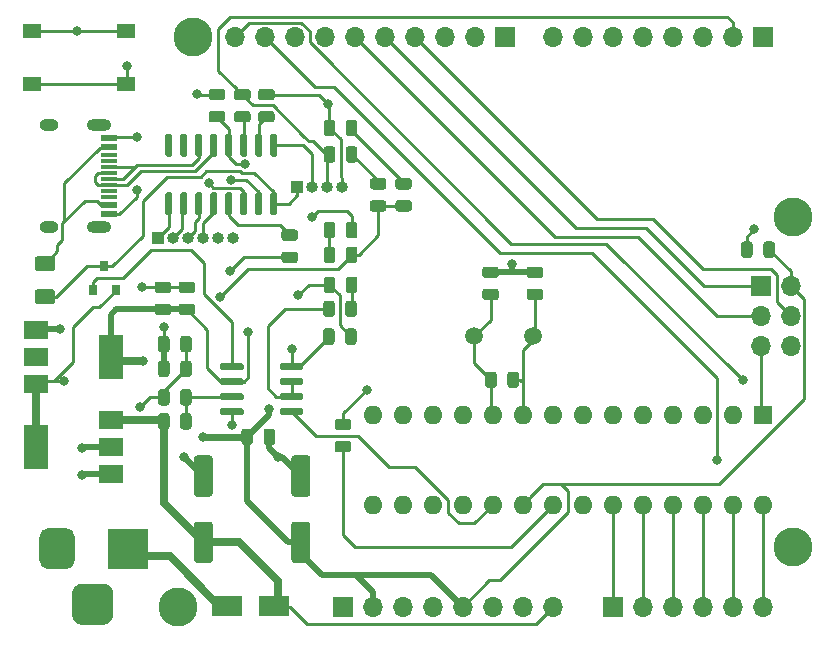
<source format=gbr>
G04 #@! TF.GenerationSoftware,KiCad,Pcbnew,(5.1.9)-1*
G04 #@! TF.CreationDate,2021-03-23T22:38:23+04:00*
G04 #@! TF.ProjectId,stormduino Rev2,73746f72-6d64-4756-996e-6f2052657632,rev?*
G04 #@! TF.SameCoordinates,Original*
G04 #@! TF.FileFunction,Copper,L1,Top*
G04 #@! TF.FilePolarity,Positive*
%FSLAX46Y46*%
G04 Gerber Fmt 4.6, Leading zero omitted, Abs format (unit mm)*
G04 Created by KiCad (PCBNEW (5.1.9)-1) date 2021-03-23 22:38:23*
%MOMM*%
%LPD*%
G01*
G04 APERTURE LIST*
G04 #@! TA.AperFunction,ComponentPad*
%ADD10O,1.000000X1.000000*%
G04 #@! TD*
G04 #@! TA.AperFunction,ComponentPad*
%ADD11R,1.000000X1.000000*%
G04 #@! TD*
G04 #@! TA.AperFunction,ComponentPad*
%ADD12C,1.500000*%
G04 #@! TD*
G04 #@! TA.AperFunction,SMDPad,CuDef*
%ADD13R,2.500000X1.800000*%
G04 #@! TD*
G04 #@! TA.AperFunction,SMDPad,CuDef*
%ADD14R,1.450000X0.600000*%
G04 #@! TD*
G04 #@! TA.AperFunction,SMDPad,CuDef*
%ADD15R,1.450000X0.300000*%
G04 #@! TD*
G04 #@! TA.AperFunction,ComponentPad*
%ADD16O,2.100000X1.000000*%
G04 #@! TD*
G04 #@! TA.AperFunction,ComponentPad*
%ADD17O,1.600000X1.000000*%
G04 #@! TD*
G04 #@! TA.AperFunction,ComponentPad*
%ADD18O,1.700000X1.700000*%
G04 #@! TD*
G04 #@! TA.AperFunction,ComponentPad*
%ADD19R,1.700000X1.700000*%
G04 #@! TD*
G04 #@! TA.AperFunction,ComponentPad*
%ADD20R,1.600000X1.600000*%
G04 #@! TD*
G04 #@! TA.AperFunction,ComponentPad*
%ADD21O,1.600000X1.600000*%
G04 #@! TD*
G04 #@! TA.AperFunction,SMDPad,CuDef*
%ADD22R,0.800000X0.900000*%
G04 #@! TD*
G04 #@! TA.AperFunction,SMDPad,CuDef*
%ADD23R,1.550000X1.300000*%
G04 #@! TD*
G04 #@! TA.AperFunction,ComponentPad*
%ADD24R,3.500000X3.500000*%
G04 #@! TD*
G04 #@! TA.AperFunction,SMDPad,CuDef*
%ADD25R,2.000000X3.800000*%
G04 #@! TD*
G04 #@! TA.AperFunction,SMDPad,CuDef*
%ADD26R,2.000000X1.500000*%
G04 #@! TD*
G04 #@! TA.AperFunction,ViaPad*
%ADD27C,3.300000*%
G04 #@! TD*
G04 #@! TA.AperFunction,ViaPad*
%ADD28C,0.800000*%
G04 #@! TD*
G04 #@! TA.AperFunction,Conductor*
%ADD29C,0.250000*%
G04 #@! TD*
G04 #@! TA.AperFunction,Conductor*
%ADD30C,0.500000*%
G04 #@! TD*
G04 #@! TA.AperFunction,Conductor*
%ADD31C,0.700000*%
G04 #@! TD*
G04 #@! TA.AperFunction,Conductor*
%ADD32C,0.600000*%
G04 #@! TD*
G04 APERTURE END LIST*
D10*
X128402080Y-65026540D03*
X127132080Y-65026540D03*
X125862080Y-65026540D03*
X124592080Y-65026540D03*
X123322080Y-65026540D03*
D11*
X122052080Y-65026540D03*
D10*
X137604500Y-60706000D03*
X136334500Y-60706000D03*
X135064500Y-60706000D03*
D11*
X133794500Y-60706000D03*
G04 #@! TA.AperFunction,SMDPad,CuDef*
G36*
G01*
X134662000Y-92561000D02*
X133562000Y-92561000D01*
G75*
G02*
X133312000Y-92311000I0J250000D01*
G01*
X133312000Y-89311000D01*
G75*
G02*
X133562000Y-89061000I250000J0D01*
G01*
X134662000Y-89061000D01*
G75*
G02*
X134912000Y-89311000I0J-250000D01*
G01*
X134912000Y-92311000D01*
G75*
G02*
X134662000Y-92561000I-250000J0D01*
G01*
G37*
G04 #@! TD.AperFunction*
G04 #@! TA.AperFunction,SMDPad,CuDef*
G36*
G01*
X134662000Y-86961000D02*
X133562000Y-86961000D01*
G75*
G02*
X133312000Y-86711000I0J250000D01*
G01*
X133312000Y-83711000D01*
G75*
G02*
X133562000Y-83461000I250000J0D01*
G01*
X134662000Y-83461000D01*
G75*
G02*
X134912000Y-83711000I0J-250000D01*
G01*
X134912000Y-86711000D01*
G75*
G02*
X134662000Y-86961000I-250000J0D01*
G01*
G37*
G04 #@! TD.AperFunction*
G04 #@! TA.AperFunction,SMDPad,CuDef*
G36*
G01*
X126407000Y-86961000D02*
X125307000Y-86961000D01*
G75*
G02*
X125057000Y-86711000I0J250000D01*
G01*
X125057000Y-83711000D01*
G75*
G02*
X125307000Y-83461000I250000J0D01*
G01*
X126407000Y-83461000D01*
G75*
G02*
X126657000Y-83711000I0J-250000D01*
G01*
X126657000Y-86711000D01*
G75*
G02*
X126407000Y-86961000I-250000J0D01*
G01*
G37*
G04 #@! TD.AperFunction*
G04 #@! TA.AperFunction,SMDPad,CuDef*
G36*
G01*
X126407000Y-92561000D02*
X125307000Y-92561000D01*
G75*
G02*
X125057000Y-92311000I0J250000D01*
G01*
X125057000Y-89311000D01*
G75*
G02*
X125307000Y-89061000I250000J0D01*
G01*
X126407000Y-89061000D01*
G75*
G02*
X126657000Y-89311000I0J-250000D01*
G01*
X126657000Y-92311000D01*
G75*
G02*
X126407000Y-92561000I-250000J0D01*
G01*
G37*
G04 #@! TD.AperFunction*
D12*
X153797000Y-73342500D03*
X148797000Y-73342500D03*
D13*
X131844800Y-96189800D03*
X127844800Y-96189800D03*
G04 #@! TA.AperFunction,SMDPad,CuDef*
G36*
G01*
X113070800Y-67855800D02*
X111820800Y-67855800D01*
G75*
G02*
X111570800Y-67605800I0J250000D01*
G01*
X111570800Y-66855800D01*
G75*
G02*
X111820800Y-66605800I250000J0D01*
G01*
X113070800Y-66605800D01*
G75*
G02*
X113320800Y-66855800I0J-250000D01*
G01*
X113320800Y-67605800D01*
G75*
G02*
X113070800Y-67855800I-250000J0D01*
G01*
G37*
G04 #@! TD.AperFunction*
G04 #@! TA.AperFunction,SMDPad,CuDef*
G36*
G01*
X113070800Y-70655800D02*
X111820800Y-70655800D01*
G75*
G02*
X111570800Y-70405800I0J250000D01*
G01*
X111570800Y-69655800D01*
G75*
G02*
X111820800Y-69405800I250000J0D01*
G01*
X113070800Y-69405800D01*
G75*
G02*
X113320800Y-69655800I0J-250000D01*
G01*
X113320800Y-70405800D01*
G75*
G02*
X113070800Y-70655800I-250000J0D01*
G01*
G37*
G04 #@! TD.AperFunction*
G04 #@! TA.AperFunction,SMDPad,CuDef*
G36*
G01*
X150705400Y-76607350D02*
X150705400Y-77519850D01*
G75*
G02*
X150461650Y-77763600I-243750J0D01*
G01*
X149974150Y-77763600D01*
G75*
G02*
X149730400Y-77519850I0J243750D01*
G01*
X149730400Y-76607350D01*
G75*
G02*
X149974150Y-76363600I243750J0D01*
G01*
X150461650Y-76363600D01*
G75*
G02*
X150705400Y-76607350I0J-243750D01*
G01*
G37*
G04 #@! TD.AperFunction*
G04 #@! TA.AperFunction,SMDPad,CuDef*
G36*
G01*
X152580400Y-76607350D02*
X152580400Y-77519850D01*
G75*
G02*
X152336650Y-77763600I-243750J0D01*
G01*
X151849150Y-77763600D01*
G75*
G02*
X151605400Y-77519850I0J243750D01*
G01*
X151605400Y-76607350D01*
G75*
G02*
X151849150Y-76363600I243750J0D01*
G01*
X152336650Y-76363600D01*
G75*
G02*
X152580400Y-76607350I0J-243750D01*
G01*
G37*
G04 #@! TD.AperFunction*
G04 #@! TA.AperFunction,SMDPad,CuDef*
G36*
G01*
X173271600Y-66496250D02*
X173271600Y-65583750D01*
G75*
G02*
X173515350Y-65340000I243750J0D01*
G01*
X174002850Y-65340000D01*
G75*
G02*
X174246600Y-65583750I0J-243750D01*
G01*
X174246600Y-66496250D01*
G75*
G02*
X174002850Y-66740000I-243750J0D01*
G01*
X173515350Y-66740000D01*
G75*
G02*
X173271600Y-66496250I0J243750D01*
G01*
G37*
G04 #@! TD.AperFunction*
G04 #@! TA.AperFunction,SMDPad,CuDef*
G36*
G01*
X171396600Y-66496250D02*
X171396600Y-65583750D01*
G75*
G02*
X171640350Y-65340000I243750J0D01*
G01*
X172127850Y-65340000D01*
G75*
G02*
X172371600Y-65583750I0J-243750D01*
G01*
X172371600Y-66496250D01*
G75*
G02*
X172127850Y-66740000I-243750J0D01*
G01*
X171640350Y-66740000D01*
G75*
G02*
X171396600Y-66496250I0J243750D01*
G01*
G37*
G04 #@! TD.AperFunction*
G04 #@! TA.AperFunction,SMDPad,CuDef*
G36*
G01*
X138902500Y-66028250D02*
X138902500Y-66940750D01*
G75*
G02*
X138658750Y-67184500I-243750J0D01*
G01*
X138171250Y-67184500D01*
G75*
G02*
X137927500Y-66940750I0J243750D01*
G01*
X137927500Y-66028250D01*
G75*
G02*
X138171250Y-65784500I243750J0D01*
G01*
X138658750Y-65784500D01*
G75*
G02*
X138902500Y-66028250I0J-243750D01*
G01*
G37*
G04 #@! TD.AperFunction*
G04 #@! TA.AperFunction,SMDPad,CuDef*
G36*
G01*
X137027500Y-66028250D02*
X137027500Y-66940750D01*
G75*
G02*
X136783750Y-67184500I-243750J0D01*
G01*
X136296250Y-67184500D01*
G75*
G02*
X136052500Y-66940750I0J243750D01*
G01*
X136052500Y-66028250D01*
G75*
G02*
X136296250Y-65784500I243750J0D01*
G01*
X136783750Y-65784500D01*
G75*
G02*
X137027500Y-66028250I0J-243750D01*
G01*
G37*
G04 #@! TD.AperFunction*
D14*
X117900500Y-63067000D03*
X117900500Y-62267000D03*
X117900500Y-57367000D03*
X117900500Y-56567000D03*
X117900500Y-56567000D03*
X117900500Y-57367000D03*
X117900500Y-62267000D03*
X117900500Y-63067000D03*
D15*
X117900500Y-58067000D03*
X117900500Y-58567000D03*
X117900500Y-59067000D03*
X117900500Y-60067000D03*
X117900500Y-60567000D03*
X117900500Y-61067000D03*
X117900500Y-61567000D03*
X117900500Y-59567000D03*
D16*
X116985500Y-64137000D03*
X116985500Y-55497000D03*
D17*
X112805500Y-55497000D03*
X112805500Y-64137000D03*
D18*
X175577500Y-74168000D03*
X173037500Y-74168000D03*
X175577500Y-71628000D03*
X173037500Y-71628000D03*
X175577500Y-69088000D03*
D19*
X173037500Y-69088000D03*
D20*
X173228000Y-80010000D03*
D21*
X140208000Y-87630000D03*
X170688000Y-80010000D03*
X142748000Y-87630000D03*
X168148000Y-80010000D03*
X145288000Y-87630000D03*
X165608000Y-80010000D03*
X147828000Y-87630000D03*
X163068000Y-80010000D03*
X150368000Y-87630000D03*
X160528000Y-80010000D03*
X152908000Y-87630000D03*
X157988000Y-80010000D03*
X155448000Y-87630000D03*
X155448000Y-80010000D03*
X157988000Y-87630000D03*
X152908000Y-80010000D03*
X160528000Y-87630000D03*
X150368000Y-80010000D03*
X163068000Y-87630000D03*
X147828000Y-80010000D03*
X165608000Y-87630000D03*
X145288000Y-80010000D03*
X168148000Y-87630000D03*
X142748000Y-80010000D03*
X170688000Y-87630000D03*
X140208000Y-80010000D03*
X173228000Y-87630000D03*
G04 #@! TA.AperFunction,SMDPad,CuDef*
G36*
G01*
X150633750Y-70322500D02*
X149721250Y-70322500D01*
G75*
G02*
X149477500Y-70078750I0J243750D01*
G01*
X149477500Y-69591250D01*
G75*
G02*
X149721250Y-69347500I243750J0D01*
G01*
X150633750Y-69347500D01*
G75*
G02*
X150877500Y-69591250I0J-243750D01*
G01*
X150877500Y-70078750D01*
G75*
G02*
X150633750Y-70322500I-243750J0D01*
G01*
G37*
G04 #@! TD.AperFunction*
G04 #@! TA.AperFunction,SMDPad,CuDef*
G36*
G01*
X150633750Y-68447500D02*
X149721250Y-68447500D01*
G75*
G02*
X149477500Y-68203750I0J243750D01*
G01*
X149477500Y-67716250D01*
G75*
G02*
X149721250Y-67472500I243750J0D01*
G01*
X150633750Y-67472500D01*
G75*
G02*
X150877500Y-67716250I0J-243750D01*
G01*
X150877500Y-68203750D01*
G75*
G02*
X150633750Y-68447500I-243750J0D01*
G01*
G37*
G04 #@! TD.AperFunction*
G04 #@! TA.AperFunction,SMDPad,CuDef*
G36*
G01*
X153467750Y-69347500D02*
X154380250Y-69347500D01*
G75*
G02*
X154624000Y-69591250I0J-243750D01*
G01*
X154624000Y-70078750D01*
G75*
G02*
X154380250Y-70322500I-243750J0D01*
G01*
X153467750Y-70322500D01*
G75*
G02*
X153224000Y-70078750I0J243750D01*
G01*
X153224000Y-69591250D01*
G75*
G02*
X153467750Y-69347500I243750J0D01*
G01*
G37*
G04 #@! TD.AperFunction*
G04 #@! TA.AperFunction,SMDPad,CuDef*
G36*
G01*
X153467750Y-67472500D02*
X154380250Y-67472500D01*
G75*
G02*
X154624000Y-67716250I0J-243750D01*
G01*
X154624000Y-68203750D01*
G75*
G02*
X154380250Y-68447500I-243750J0D01*
G01*
X153467750Y-68447500D01*
G75*
G02*
X153224000Y-68203750I0J243750D01*
G01*
X153224000Y-67716250D01*
G75*
G02*
X153467750Y-67472500I243750J0D01*
G01*
G37*
G04 #@! TD.AperFunction*
G04 #@! TA.AperFunction,SMDPad,CuDef*
G36*
G01*
X138902500Y-63932750D02*
X138902500Y-64845250D01*
G75*
G02*
X138658750Y-65089000I-243750J0D01*
G01*
X138171250Y-65089000D01*
G75*
G02*
X137927500Y-64845250I0J243750D01*
G01*
X137927500Y-63932750D01*
G75*
G02*
X138171250Y-63689000I243750J0D01*
G01*
X138658750Y-63689000D01*
G75*
G02*
X138902500Y-63932750I0J-243750D01*
G01*
G37*
G04 #@! TD.AperFunction*
G04 #@! TA.AperFunction,SMDPad,CuDef*
G36*
G01*
X137027500Y-63932750D02*
X137027500Y-64845250D01*
G75*
G02*
X136783750Y-65089000I-243750J0D01*
G01*
X136296250Y-65089000D01*
G75*
G02*
X136052500Y-64845250I0J243750D01*
G01*
X136052500Y-63932750D01*
G75*
G02*
X136296250Y-63689000I243750J0D01*
G01*
X136783750Y-63689000D01*
G75*
G02*
X137027500Y-63932750I0J-243750D01*
G01*
G37*
G04 #@! TD.AperFunction*
G04 #@! TA.AperFunction,SMDPad,CuDef*
G36*
G01*
X136052500Y-69480750D02*
X136052500Y-68568250D01*
G75*
G02*
X136296250Y-68324500I243750J0D01*
G01*
X136783750Y-68324500D01*
G75*
G02*
X137027500Y-68568250I0J-243750D01*
G01*
X137027500Y-69480750D01*
G75*
G02*
X136783750Y-69724500I-243750J0D01*
G01*
X136296250Y-69724500D01*
G75*
G02*
X136052500Y-69480750I0J243750D01*
G01*
G37*
G04 #@! TD.AperFunction*
G04 #@! TA.AperFunction,SMDPad,CuDef*
G36*
G01*
X137927500Y-69480750D02*
X137927500Y-68568250D01*
G75*
G02*
X138171250Y-68324500I243750J0D01*
G01*
X138658750Y-68324500D01*
G75*
G02*
X138902500Y-68568250I0J-243750D01*
G01*
X138902500Y-69480750D01*
G75*
G02*
X138658750Y-69724500I-243750J0D01*
G01*
X138171250Y-69724500D01*
G75*
G02*
X137927500Y-69480750I0J243750D01*
G01*
G37*
G04 #@! TD.AperFunction*
G04 #@! TA.AperFunction,SMDPad,CuDef*
G36*
G01*
X136052500Y-58431750D02*
X136052500Y-57519250D01*
G75*
G02*
X136296250Y-57275500I243750J0D01*
G01*
X136783750Y-57275500D01*
G75*
G02*
X137027500Y-57519250I0J-243750D01*
G01*
X137027500Y-58431750D01*
G75*
G02*
X136783750Y-58675500I-243750J0D01*
G01*
X136296250Y-58675500D01*
G75*
G02*
X136052500Y-58431750I0J243750D01*
G01*
G37*
G04 #@! TD.AperFunction*
G04 #@! TA.AperFunction,SMDPad,CuDef*
G36*
G01*
X137927500Y-58431750D02*
X137927500Y-57519250D01*
G75*
G02*
X138171250Y-57275500I243750J0D01*
G01*
X138658750Y-57275500D01*
G75*
G02*
X138902500Y-57519250I0J-243750D01*
G01*
X138902500Y-58431750D01*
G75*
G02*
X138658750Y-58675500I-243750J0D01*
G01*
X138171250Y-58675500D01*
G75*
G02*
X137927500Y-58431750I0J243750D01*
G01*
G37*
G04 #@! TD.AperFunction*
G04 #@! TA.AperFunction,SMDPad,CuDef*
G36*
G01*
X137927500Y-56209250D02*
X137927500Y-55296750D01*
G75*
G02*
X138171250Y-55053000I243750J0D01*
G01*
X138658750Y-55053000D01*
G75*
G02*
X138902500Y-55296750I0J-243750D01*
G01*
X138902500Y-56209250D01*
G75*
G02*
X138658750Y-56453000I-243750J0D01*
G01*
X138171250Y-56453000D01*
G75*
G02*
X137927500Y-56209250I0J243750D01*
G01*
G37*
G04 #@! TD.AperFunction*
G04 #@! TA.AperFunction,SMDPad,CuDef*
G36*
G01*
X136052500Y-56209250D02*
X136052500Y-55296750D01*
G75*
G02*
X136296250Y-55053000I243750J0D01*
G01*
X136783750Y-55053000D01*
G75*
G02*
X137027500Y-55296750I0J-243750D01*
G01*
X137027500Y-56209250D01*
G75*
G02*
X136783750Y-56453000I-243750J0D01*
G01*
X136296250Y-56453000D01*
G75*
G02*
X136052500Y-56209250I0J243750D01*
G01*
G37*
G04 #@! TD.AperFunction*
G04 #@! TA.AperFunction,SMDPad,CuDef*
G36*
G01*
X131676000Y-61190000D02*
X131976000Y-61190000D01*
G75*
G02*
X132126000Y-61340000I0J-150000D01*
G01*
X132126000Y-62990000D01*
G75*
G02*
X131976000Y-63140000I-150000J0D01*
G01*
X131676000Y-63140000D01*
G75*
G02*
X131526000Y-62990000I0J150000D01*
G01*
X131526000Y-61340000D01*
G75*
G02*
X131676000Y-61190000I150000J0D01*
G01*
G37*
G04 #@! TD.AperFunction*
G04 #@! TA.AperFunction,SMDPad,CuDef*
G36*
G01*
X130406000Y-61190000D02*
X130706000Y-61190000D01*
G75*
G02*
X130856000Y-61340000I0J-150000D01*
G01*
X130856000Y-62990000D01*
G75*
G02*
X130706000Y-63140000I-150000J0D01*
G01*
X130406000Y-63140000D01*
G75*
G02*
X130256000Y-62990000I0J150000D01*
G01*
X130256000Y-61340000D01*
G75*
G02*
X130406000Y-61190000I150000J0D01*
G01*
G37*
G04 #@! TD.AperFunction*
G04 #@! TA.AperFunction,SMDPad,CuDef*
G36*
G01*
X129136000Y-61190000D02*
X129436000Y-61190000D01*
G75*
G02*
X129586000Y-61340000I0J-150000D01*
G01*
X129586000Y-62990000D01*
G75*
G02*
X129436000Y-63140000I-150000J0D01*
G01*
X129136000Y-63140000D01*
G75*
G02*
X128986000Y-62990000I0J150000D01*
G01*
X128986000Y-61340000D01*
G75*
G02*
X129136000Y-61190000I150000J0D01*
G01*
G37*
G04 #@! TD.AperFunction*
G04 #@! TA.AperFunction,SMDPad,CuDef*
G36*
G01*
X127866000Y-61190000D02*
X128166000Y-61190000D01*
G75*
G02*
X128316000Y-61340000I0J-150000D01*
G01*
X128316000Y-62990000D01*
G75*
G02*
X128166000Y-63140000I-150000J0D01*
G01*
X127866000Y-63140000D01*
G75*
G02*
X127716000Y-62990000I0J150000D01*
G01*
X127716000Y-61340000D01*
G75*
G02*
X127866000Y-61190000I150000J0D01*
G01*
G37*
G04 #@! TD.AperFunction*
G04 #@! TA.AperFunction,SMDPad,CuDef*
G36*
G01*
X126596000Y-61190000D02*
X126896000Y-61190000D01*
G75*
G02*
X127046000Y-61340000I0J-150000D01*
G01*
X127046000Y-62990000D01*
G75*
G02*
X126896000Y-63140000I-150000J0D01*
G01*
X126596000Y-63140000D01*
G75*
G02*
X126446000Y-62990000I0J150000D01*
G01*
X126446000Y-61340000D01*
G75*
G02*
X126596000Y-61190000I150000J0D01*
G01*
G37*
G04 #@! TD.AperFunction*
G04 #@! TA.AperFunction,SMDPad,CuDef*
G36*
G01*
X125326000Y-61190000D02*
X125626000Y-61190000D01*
G75*
G02*
X125776000Y-61340000I0J-150000D01*
G01*
X125776000Y-62990000D01*
G75*
G02*
X125626000Y-63140000I-150000J0D01*
G01*
X125326000Y-63140000D01*
G75*
G02*
X125176000Y-62990000I0J150000D01*
G01*
X125176000Y-61340000D01*
G75*
G02*
X125326000Y-61190000I150000J0D01*
G01*
G37*
G04 #@! TD.AperFunction*
G04 #@! TA.AperFunction,SMDPad,CuDef*
G36*
G01*
X124056000Y-61190000D02*
X124356000Y-61190000D01*
G75*
G02*
X124506000Y-61340000I0J-150000D01*
G01*
X124506000Y-62990000D01*
G75*
G02*
X124356000Y-63140000I-150000J0D01*
G01*
X124056000Y-63140000D01*
G75*
G02*
X123906000Y-62990000I0J150000D01*
G01*
X123906000Y-61340000D01*
G75*
G02*
X124056000Y-61190000I150000J0D01*
G01*
G37*
G04 #@! TD.AperFunction*
G04 #@! TA.AperFunction,SMDPad,CuDef*
G36*
G01*
X122786000Y-61190000D02*
X123086000Y-61190000D01*
G75*
G02*
X123236000Y-61340000I0J-150000D01*
G01*
X123236000Y-62990000D01*
G75*
G02*
X123086000Y-63140000I-150000J0D01*
G01*
X122786000Y-63140000D01*
G75*
G02*
X122636000Y-62990000I0J150000D01*
G01*
X122636000Y-61340000D01*
G75*
G02*
X122786000Y-61190000I150000J0D01*
G01*
G37*
G04 #@! TD.AperFunction*
G04 #@! TA.AperFunction,SMDPad,CuDef*
G36*
G01*
X122786000Y-56240000D02*
X123086000Y-56240000D01*
G75*
G02*
X123236000Y-56390000I0J-150000D01*
G01*
X123236000Y-58040000D01*
G75*
G02*
X123086000Y-58190000I-150000J0D01*
G01*
X122786000Y-58190000D01*
G75*
G02*
X122636000Y-58040000I0J150000D01*
G01*
X122636000Y-56390000D01*
G75*
G02*
X122786000Y-56240000I150000J0D01*
G01*
G37*
G04 #@! TD.AperFunction*
G04 #@! TA.AperFunction,SMDPad,CuDef*
G36*
G01*
X124056000Y-56240000D02*
X124356000Y-56240000D01*
G75*
G02*
X124506000Y-56390000I0J-150000D01*
G01*
X124506000Y-58040000D01*
G75*
G02*
X124356000Y-58190000I-150000J0D01*
G01*
X124056000Y-58190000D01*
G75*
G02*
X123906000Y-58040000I0J150000D01*
G01*
X123906000Y-56390000D01*
G75*
G02*
X124056000Y-56240000I150000J0D01*
G01*
G37*
G04 #@! TD.AperFunction*
G04 #@! TA.AperFunction,SMDPad,CuDef*
G36*
G01*
X125326000Y-56240000D02*
X125626000Y-56240000D01*
G75*
G02*
X125776000Y-56390000I0J-150000D01*
G01*
X125776000Y-58040000D01*
G75*
G02*
X125626000Y-58190000I-150000J0D01*
G01*
X125326000Y-58190000D01*
G75*
G02*
X125176000Y-58040000I0J150000D01*
G01*
X125176000Y-56390000D01*
G75*
G02*
X125326000Y-56240000I150000J0D01*
G01*
G37*
G04 #@! TD.AperFunction*
G04 #@! TA.AperFunction,SMDPad,CuDef*
G36*
G01*
X126596000Y-56240000D02*
X126896000Y-56240000D01*
G75*
G02*
X127046000Y-56390000I0J-150000D01*
G01*
X127046000Y-58040000D01*
G75*
G02*
X126896000Y-58190000I-150000J0D01*
G01*
X126596000Y-58190000D01*
G75*
G02*
X126446000Y-58040000I0J150000D01*
G01*
X126446000Y-56390000D01*
G75*
G02*
X126596000Y-56240000I150000J0D01*
G01*
G37*
G04 #@! TD.AperFunction*
G04 #@! TA.AperFunction,SMDPad,CuDef*
G36*
G01*
X127866000Y-56240000D02*
X128166000Y-56240000D01*
G75*
G02*
X128316000Y-56390000I0J-150000D01*
G01*
X128316000Y-58040000D01*
G75*
G02*
X128166000Y-58190000I-150000J0D01*
G01*
X127866000Y-58190000D01*
G75*
G02*
X127716000Y-58040000I0J150000D01*
G01*
X127716000Y-56390000D01*
G75*
G02*
X127866000Y-56240000I150000J0D01*
G01*
G37*
G04 #@! TD.AperFunction*
G04 #@! TA.AperFunction,SMDPad,CuDef*
G36*
G01*
X129136000Y-56240000D02*
X129436000Y-56240000D01*
G75*
G02*
X129586000Y-56390000I0J-150000D01*
G01*
X129586000Y-58040000D01*
G75*
G02*
X129436000Y-58190000I-150000J0D01*
G01*
X129136000Y-58190000D01*
G75*
G02*
X128986000Y-58040000I0J150000D01*
G01*
X128986000Y-56390000D01*
G75*
G02*
X129136000Y-56240000I150000J0D01*
G01*
G37*
G04 #@! TD.AperFunction*
G04 #@! TA.AperFunction,SMDPad,CuDef*
G36*
G01*
X130406000Y-56240000D02*
X130706000Y-56240000D01*
G75*
G02*
X130856000Y-56390000I0J-150000D01*
G01*
X130856000Y-58040000D01*
G75*
G02*
X130706000Y-58190000I-150000J0D01*
G01*
X130406000Y-58190000D01*
G75*
G02*
X130256000Y-58040000I0J150000D01*
G01*
X130256000Y-56390000D01*
G75*
G02*
X130406000Y-56240000I150000J0D01*
G01*
G37*
G04 #@! TD.AperFunction*
G04 #@! TA.AperFunction,SMDPad,CuDef*
G36*
G01*
X131676000Y-56240000D02*
X131976000Y-56240000D01*
G75*
G02*
X132126000Y-56390000I0J-150000D01*
G01*
X132126000Y-58040000D01*
G75*
G02*
X131976000Y-58190000I-150000J0D01*
G01*
X131676000Y-58190000D01*
G75*
G02*
X131526000Y-58040000I0J150000D01*
G01*
X131526000Y-56390000D01*
G75*
G02*
X131676000Y-56240000I150000J0D01*
G01*
G37*
G04 #@! TD.AperFunction*
G04 #@! TA.AperFunction,SMDPad,CuDef*
G36*
G01*
X128702750Y-52423000D02*
X129615250Y-52423000D01*
G75*
G02*
X129859000Y-52666750I0J-243750D01*
G01*
X129859000Y-53154250D01*
G75*
G02*
X129615250Y-53398000I-243750J0D01*
G01*
X128702750Y-53398000D01*
G75*
G02*
X128459000Y-53154250I0J243750D01*
G01*
X128459000Y-52666750D01*
G75*
G02*
X128702750Y-52423000I243750J0D01*
G01*
G37*
G04 #@! TD.AperFunction*
G04 #@! TA.AperFunction,SMDPad,CuDef*
G36*
G01*
X128702750Y-54298000D02*
X129615250Y-54298000D01*
G75*
G02*
X129859000Y-54541750I0J-243750D01*
G01*
X129859000Y-55029250D01*
G75*
G02*
X129615250Y-55273000I-243750J0D01*
G01*
X128702750Y-55273000D01*
G75*
G02*
X128459000Y-55029250I0J243750D01*
G01*
X128459000Y-54541750D01*
G75*
G02*
X128702750Y-54298000I243750J0D01*
G01*
G37*
G04 #@! TD.AperFunction*
G04 #@! TA.AperFunction,SMDPad,CuDef*
G36*
G01*
X136004000Y-71512750D02*
X136004000Y-70600250D01*
G75*
G02*
X136247750Y-70356500I243750J0D01*
G01*
X136735250Y-70356500D01*
G75*
G02*
X136979000Y-70600250I0J-243750D01*
G01*
X136979000Y-71512750D01*
G75*
G02*
X136735250Y-71756500I-243750J0D01*
G01*
X136247750Y-71756500D01*
G75*
G02*
X136004000Y-71512750I0J243750D01*
G01*
G37*
G04 #@! TD.AperFunction*
G04 #@! TA.AperFunction,SMDPad,CuDef*
G36*
G01*
X137879000Y-71512750D02*
X137879000Y-70600250D01*
G75*
G02*
X138122750Y-70356500I243750J0D01*
G01*
X138610250Y-70356500D01*
G75*
G02*
X138854000Y-70600250I0J-243750D01*
G01*
X138854000Y-71512750D01*
G75*
G02*
X138610250Y-71756500I-243750J0D01*
G01*
X138122750Y-71756500D01*
G75*
G02*
X137879000Y-71512750I0J243750D01*
G01*
G37*
G04 #@! TD.AperFunction*
G04 #@! TA.AperFunction,SMDPad,CuDef*
G36*
G01*
X140196250Y-59979500D02*
X141108750Y-59979500D01*
G75*
G02*
X141352500Y-60223250I0J-243750D01*
G01*
X141352500Y-60710750D01*
G75*
G02*
X141108750Y-60954500I-243750J0D01*
G01*
X140196250Y-60954500D01*
G75*
G02*
X139952500Y-60710750I0J243750D01*
G01*
X139952500Y-60223250D01*
G75*
G02*
X140196250Y-59979500I243750J0D01*
G01*
G37*
G04 #@! TD.AperFunction*
G04 #@! TA.AperFunction,SMDPad,CuDef*
G36*
G01*
X140196250Y-61854500D02*
X141108750Y-61854500D01*
G75*
G02*
X141352500Y-62098250I0J-243750D01*
G01*
X141352500Y-62585750D01*
G75*
G02*
X141108750Y-62829500I-243750J0D01*
G01*
X140196250Y-62829500D01*
G75*
G02*
X139952500Y-62585750I0J243750D01*
G01*
X139952500Y-62098250D01*
G75*
G02*
X140196250Y-61854500I243750J0D01*
G01*
G37*
G04 #@! TD.AperFunction*
G04 #@! TA.AperFunction,SMDPad,CuDef*
G36*
G01*
X130734750Y-52423000D02*
X131647250Y-52423000D01*
G75*
G02*
X131891000Y-52666750I0J-243750D01*
G01*
X131891000Y-53154250D01*
G75*
G02*
X131647250Y-53398000I-243750J0D01*
G01*
X130734750Y-53398000D01*
G75*
G02*
X130491000Y-53154250I0J243750D01*
G01*
X130491000Y-52666750D01*
G75*
G02*
X130734750Y-52423000I243750J0D01*
G01*
G37*
G04 #@! TD.AperFunction*
G04 #@! TA.AperFunction,SMDPad,CuDef*
G36*
G01*
X130734750Y-54298000D02*
X131647250Y-54298000D01*
G75*
G02*
X131891000Y-54541750I0J-243750D01*
G01*
X131891000Y-55029250D01*
G75*
G02*
X131647250Y-55273000I-243750J0D01*
G01*
X130734750Y-55273000D01*
G75*
G02*
X130491000Y-55029250I0J243750D01*
G01*
X130491000Y-54541750D01*
G75*
G02*
X130734750Y-54298000I243750J0D01*
G01*
G37*
G04 #@! TD.AperFunction*
G04 #@! TA.AperFunction,SMDPad,CuDef*
G36*
G01*
X124869000Y-78093250D02*
X124869000Y-79005750D01*
G75*
G02*
X124625250Y-79249500I-243750J0D01*
G01*
X124137750Y-79249500D01*
G75*
G02*
X123894000Y-79005750I0J243750D01*
G01*
X123894000Y-78093250D01*
G75*
G02*
X124137750Y-77849500I243750J0D01*
G01*
X124625250Y-77849500D01*
G75*
G02*
X124869000Y-78093250I0J-243750D01*
G01*
G37*
G04 #@! TD.AperFunction*
G04 #@! TA.AperFunction,SMDPad,CuDef*
G36*
G01*
X122994000Y-78093250D02*
X122994000Y-79005750D01*
G75*
G02*
X122750250Y-79249500I-243750J0D01*
G01*
X122262750Y-79249500D01*
G75*
G02*
X122019000Y-79005750I0J243750D01*
G01*
X122019000Y-78093250D01*
G75*
G02*
X122262750Y-77849500I243750J0D01*
G01*
X122750250Y-77849500D01*
G75*
G02*
X122994000Y-78093250I0J-243750D01*
G01*
G37*
G04 #@! TD.AperFunction*
G04 #@! TA.AperFunction,SMDPad,CuDef*
G36*
G01*
X143267750Y-62829500D02*
X142355250Y-62829500D01*
G75*
G02*
X142111500Y-62585750I0J243750D01*
G01*
X142111500Y-62098250D01*
G75*
G02*
X142355250Y-61854500I243750J0D01*
G01*
X143267750Y-61854500D01*
G75*
G02*
X143511500Y-62098250I0J-243750D01*
G01*
X143511500Y-62585750D01*
G75*
G02*
X143267750Y-62829500I-243750J0D01*
G01*
G37*
G04 #@! TD.AperFunction*
G04 #@! TA.AperFunction,SMDPad,CuDef*
G36*
G01*
X143267750Y-60954500D02*
X142355250Y-60954500D01*
G75*
G02*
X142111500Y-60710750I0J243750D01*
G01*
X142111500Y-60223250D01*
G75*
G02*
X142355250Y-59979500I243750J0D01*
G01*
X143267750Y-59979500D01*
G75*
G02*
X143511500Y-60223250I0J-243750D01*
G01*
X143511500Y-60710750D01*
G75*
G02*
X143267750Y-60954500I-243750J0D01*
G01*
G37*
G04 #@! TD.AperFunction*
G04 #@! TA.AperFunction,SMDPad,CuDef*
G36*
G01*
X122019000Y-81037750D02*
X122019000Y-80125250D01*
G75*
G02*
X122262750Y-79881500I243750J0D01*
G01*
X122750250Y-79881500D01*
G75*
G02*
X122994000Y-80125250I0J-243750D01*
G01*
X122994000Y-81037750D01*
G75*
G02*
X122750250Y-81281500I-243750J0D01*
G01*
X122262750Y-81281500D01*
G75*
G02*
X122019000Y-81037750I0J243750D01*
G01*
G37*
G04 #@! TD.AperFunction*
G04 #@! TA.AperFunction,SMDPad,CuDef*
G36*
G01*
X123894000Y-81037750D02*
X123894000Y-80125250D01*
G75*
G02*
X124137750Y-79881500I243750J0D01*
G01*
X124625250Y-79881500D01*
G75*
G02*
X124869000Y-80125250I0J-243750D01*
G01*
X124869000Y-81037750D01*
G75*
G02*
X124625250Y-81281500I-243750J0D01*
G01*
X124137750Y-81281500D01*
G75*
G02*
X123894000Y-81037750I0J243750D01*
G01*
G37*
G04 #@! TD.AperFunction*
G04 #@! TA.AperFunction,SMDPad,CuDef*
G36*
G01*
X135989000Y-73862250D02*
X135989000Y-72949750D01*
G75*
G02*
X136232750Y-72706000I243750J0D01*
G01*
X136720250Y-72706000D01*
G75*
G02*
X136964000Y-72949750I0J-243750D01*
G01*
X136964000Y-73862250D01*
G75*
G02*
X136720250Y-74106000I-243750J0D01*
G01*
X136232750Y-74106000D01*
G75*
G02*
X135989000Y-73862250I0J243750D01*
G01*
G37*
G04 #@! TD.AperFunction*
G04 #@! TA.AperFunction,SMDPad,CuDef*
G36*
G01*
X137864000Y-73862250D02*
X137864000Y-72949750D01*
G75*
G02*
X138107750Y-72706000I243750J0D01*
G01*
X138595250Y-72706000D01*
G75*
G02*
X138839000Y-72949750I0J-243750D01*
G01*
X138839000Y-73862250D01*
G75*
G02*
X138595250Y-74106000I-243750J0D01*
G01*
X138107750Y-74106000D01*
G75*
G02*
X137864000Y-73862250I0J243750D01*
G01*
G37*
G04 #@! TD.AperFunction*
G04 #@! TA.AperFunction,SMDPad,CuDef*
G36*
G01*
X138124250Y-83213000D02*
X137211750Y-83213000D01*
G75*
G02*
X136968000Y-82969250I0J243750D01*
G01*
X136968000Y-82481750D01*
G75*
G02*
X137211750Y-82238000I243750J0D01*
G01*
X138124250Y-82238000D01*
G75*
G02*
X138368000Y-82481750I0J-243750D01*
G01*
X138368000Y-82969250D01*
G75*
G02*
X138124250Y-83213000I-243750J0D01*
G01*
G37*
G04 #@! TD.AperFunction*
G04 #@! TA.AperFunction,SMDPad,CuDef*
G36*
G01*
X138124250Y-81338000D02*
X137211750Y-81338000D01*
G75*
G02*
X136968000Y-81094250I0J243750D01*
G01*
X136968000Y-80606750D01*
G75*
G02*
X137211750Y-80363000I243750J0D01*
G01*
X138124250Y-80363000D01*
G75*
G02*
X138368000Y-80606750I0J-243750D01*
G01*
X138368000Y-81094250D01*
G75*
G02*
X138124250Y-81338000I-243750J0D01*
G01*
G37*
G04 #@! TD.AperFunction*
G04 #@! TA.AperFunction,SMDPad,CuDef*
G36*
G01*
X133628450Y-67183060D02*
X132715950Y-67183060D01*
G75*
G02*
X132472200Y-66939310I0J243750D01*
G01*
X132472200Y-66451810D01*
G75*
G02*
X132715950Y-66208060I243750J0D01*
G01*
X133628450Y-66208060D01*
G75*
G02*
X133872200Y-66451810I0J-243750D01*
G01*
X133872200Y-66939310D01*
G75*
G02*
X133628450Y-67183060I-243750J0D01*
G01*
G37*
G04 #@! TD.AperFunction*
G04 #@! TA.AperFunction,SMDPad,CuDef*
G36*
G01*
X133628450Y-65308060D02*
X132715950Y-65308060D01*
G75*
G02*
X132472200Y-65064310I0J243750D01*
G01*
X132472200Y-64576810D01*
G75*
G02*
X132715950Y-64333060I243750J0D01*
G01*
X133628450Y-64333060D01*
G75*
G02*
X133872200Y-64576810I0J-243750D01*
G01*
X133872200Y-65064310D01*
G75*
G02*
X133628450Y-65308060I-243750J0D01*
G01*
G37*
G04 #@! TD.AperFunction*
G04 #@! TA.AperFunction,SMDPad,CuDef*
G36*
G01*
X124916250Y-71592500D02*
X124003750Y-71592500D01*
G75*
G02*
X123760000Y-71348750I0J243750D01*
G01*
X123760000Y-70861250D01*
G75*
G02*
X124003750Y-70617500I243750J0D01*
G01*
X124916250Y-70617500D01*
G75*
G02*
X125160000Y-70861250I0J-243750D01*
G01*
X125160000Y-71348750D01*
G75*
G02*
X124916250Y-71592500I-243750J0D01*
G01*
G37*
G04 #@! TD.AperFunction*
G04 #@! TA.AperFunction,SMDPad,CuDef*
G36*
G01*
X124916250Y-69717500D02*
X124003750Y-69717500D01*
G75*
G02*
X123760000Y-69473750I0J243750D01*
G01*
X123760000Y-68986250D01*
G75*
G02*
X124003750Y-68742500I243750J0D01*
G01*
X124916250Y-68742500D01*
G75*
G02*
X125160000Y-68986250I0J-243750D01*
G01*
X125160000Y-69473750D01*
G75*
G02*
X124916250Y-69717500I-243750J0D01*
G01*
G37*
G04 #@! TD.AperFunction*
G04 #@! TA.AperFunction,SMDPad,CuDef*
G36*
G01*
X129080200Y-82345850D02*
X129080200Y-81433350D01*
G75*
G02*
X129323950Y-81189600I243750J0D01*
G01*
X129811450Y-81189600D01*
G75*
G02*
X130055200Y-81433350I0J-243750D01*
G01*
X130055200Y-82345850D01*
G75*
G02*
X129811450Y-82589600I-243750J0D01*
G01*
X129323950Y-82589600D01*
G75*
G02*
X129080200Y-82345850I0J243750D01*
G01*
G37*
G04 #@! TD.AperFunction*
G04 #@! TA.AperFunction,SMDPad,CuDef*
G36*
G01*
X130955200Y-82345850D02*
X130955200Y-81433350D01*
G75*
G02*
X131198950Y-81189600I243750J0D01*
G01*
X131686450Y-81189600D01*
G75*
G02*
X131930200Y-81433350I0J-243750D01*
G01*
X131930200Y-82345850D01*
G75*
G02*
X131686450Y-82589600I-243750J0D01*
G01*
X131198950Y-82589600D01*
G75*
G02*
X130955200Y-82345850I0J243750D01*
G01*
G37*
G04 #@! TD.AperFunction*
G04 #@! TA.AperFunction,SMDPad,CuDef*
G36*
G01*
X122019000Y-74497250D02*
X122019000Y-73584750D01*
G75*
G02*
X122262750Y-73341000I243750J0D01*
G01*
X122750250Y-73341000D01*
G75*
G02*
X122994000Y-73584750I0J-243750D01*
G01*
X122994000Y-74497250D01*
G75*
G02*
X122750250Y-74741000I-243750J0D01*
G01*
X122262750Y-74741000D01*
G75*
G02*
X122019000Y-74497250I0J243750D01*
G01*
G37*
G04 #@! TD.AperFunction*
G04 #@! TA.AperFunction,SMDPad,CuDef*
G36*
G01*
X123894000Y-74497250D02*
X123894000Y-73584750D01*
G75*
G02*
X124137750Y-73341000I243750J0D01*
G01*
X124625250Y-73341000D01*
G75*
G02*
X124869000Y-73584750I0J-243750D01*
G01*
X124869000Y-74497250D01*
G75*
G02*
X124625250Y-74741000I-243750J0D01*
G01*
X124137750Y-74741000D01*
G75*
G02*
X123894000Y-74497250I0J243750D01*
G01*
G37*
G04 #@! TD.AperFunction*
G04 #@! TA.AperFunction,SMDPad,CuDef*
G36*
G01*
X122884250Y-71592500D02*
X121971750Y-71592500D01*
G75*
G02*
X121728000Y-71348750I0J243750D01*
G01*
X121728000Y-70861250D01*
G75*
G02*
X121971750Y-70617500I243750J0D01*
G01*
X122884250Y-70617500D01*
G75*
G02*
X123128000Y-70861250I0J-243750D01*
G01*
X123128000Y-71348750D01*
G75*
G02*
X122884250Y-71592500I-243750J0D01*
G01*
G37*
G04 #@! TD.AperFunction*
G04 #@! TA.AperFunction,SMDPad,CuDef*
G36*
G01*
X122884250Y-69717500D02*
X121971750Y-69717500D01*
G75*
G02*
X121728000Y-69473750I0J243750D01*
G01*
X121728000Y-68986250D01*
G75*
G02*
X121971750Y-68742500I243750J0D01*
G01*
X122884250Y-68742500D01*
G75*
G02*
X123128000Y-68986250I0J-243750D01*
G01*
X123128000Y-69473750D01*
G75*
G02*
X122884250Y-69717500I-243750J0D01*
G01*
G37*
G04 #@! TD.AperFunction*
G04 #@! TA.AperFunction,SMDPad,CuDef*
G36*
G01*
X126543750Y-54298000D02*
X127456250Y-54298000D01*
G75*
G02*
X127700000Y-54541750I0J-243750D01*
G01*
X127700000Y-55029250D01*
G75*
G02*
X127456250Y-55273000I-243750J0D01*
G01*
X126543750Y-55273000D01*
G75*
G02*
X126300000Y-55029250I0J243750D01*
G01*
X126300000Y-54541750D01*
G75*
G02*
X126543750Y-54298000I243750J0D01*
G01*
G37*
G04 #@! TD.AperFunction*
G04 #@! TA.AperFunction,SMDPad,CuDef*
G36*
G01*
X126543750Y-52423000D02*
X127456250Y-52423000D01*
G75*
G02*
X127700000Y-52666750I0J-243750D01*
G01*
X127700000Y-53154250D01*
G75*
G02*
X127456250Y-53398000I-243750J0D01*
G01*
X126543750Y-53398000D01*
G75*
G02*
X126300000Y-53154250I0J243750D01*
G01*
X126300000Y-52666750D01*
G75*
G02*
X126543750Y-52423000I243750J0D01*
G01*
G37*
G04 #@! TD.AperFunction*
G04 #@! TA.AperFunction,SMDPad,CuDef*
G36*
G01*
X123894000Y-76592750D02*
X123894000Y-75680250D01*
G75*
G02*
X124137750Y-75436500I243750J0D01*
G01*
X124625250Y-75436500D01*
G75*
G02*
X124869000Y-75680250I0J-243750D01*
G01*
X124869000Y-76592750D01*
G75*
G02*
X124625250Y-76836500I-243750J0D01*
G01*
X124137750Y-76836500D01*
G75*
G02*
X123894000Y-76592750I0J243750D01*
G01*
G37*
G04 #@! TD.AperFunction*
G04 #@! TA.AperFunction,SMDPad,CuDef*
G36*
G01*
X122019000Y-76592750D02*
X122019000Y-75680250D01*
G75*
G02*
X122262750Y-75436500I243750J0D01*
G01*
X122750250Y-75436500D01*
G75*
G02*
X122994000Y-75680250I0J-243750D01*
G01*
X122994000Y-76592750D01*
G75*
G02*
X122750250Y-76836500I-243750J0D01*
G01*
X122262750Y-76836500D01*
G75*
G02*
X122019000Y-76592750I0J243750D01*
G01*
G37*
G04 #@! TD.AperFunction*
D22*
X117475000Y-67453000D03*
X118425000Y-69453000D03*
X116525000Y-69453000D03*
G04 #@! TA.AperFunction,SMDPad,CuDef*
G36*
G01*
X127285000Y-76108500D02*
X127285000Y-75783500D01*
G75*
G02*
X127447500Y-75621000I162500J0D01*
G01*
X129097500Y-75621000D01*
G75*
G02*
X129260000Y-75783500I0J-162500D01*
G01*
X129260000Y-76108500D01*
G75*
G02*
X129097500Y-76271000I-162500J0D01*
G01*
X127447500Y-76271000D01*
G75*
G02*
X127285000Y-76108500I0J162500D01*
G01*
G37*
G04 #@! TD.AperFunction*
G04 #@! TA.AperFunction,SMDPad,CuDef*
G36*
G01*
X127285000Y-77378500D02*
X127285000Y-77053500D01*
G75*
G02*
X127447500Y-76891000I162500J0D01*
G01*
X129097500Y-76891000D01*
G75*
G02*
X129260000Y-77053500I0J-162500D01*
G01*
X129260000Y-77378500D01*
G75*
G02*
X129097500Y-77541000I-162500J0D01*
G01*
X127447500Y-77541000D01*
G75*
G02*
X127285000Y-77378500I0J162500D01*
G01*
G37*
G04 #@! TD.AperFunction*
G04 #@! TA.AperFunction,SMDPad,CuDef*
G36*
G01*
X127285000Y-78648500D02*
X127285000Y-78323500D01*
G75*
G02*
X127447500Y-78161000I162500J0D01*
G01*
X129097500Y-78161000D01*
G75*
G02*
X129260000Y-78323500I0J-162500D01*
G01*
X129260000Y-78648500D01*
G75*
G02*
X129097500Y-78811000I-162500J0D01*
G01*
X127447500Y-78811000D01*
G75*
G02*
X127285000Y-78648500I0J162500D01*
G01*
G37*
G04 #@! TD.AperFunction*
G04 #@! TA.AperFunction,SMDPad,CuDef*
G36*
G01*
X127285000Y-79918500D02*
X127285000Y-79593500D01*
G75*
G02*
X127447500Y-79431000I162500J0D01*
G01*
X129097500Y-79431000D01*
G75*
G02*
X129260000Y-79593500I0J-162500D01*
G01*
X129260000Y-79918500D01*
G75*
G02*
X129097500Y-80081000I-162500J0D01*
G01*
X127447500Y-80081000D01*
G75*
G02*
X127285000Y-79918500I0J162500D01*
G01*
G37*
G04 #@! TD.AperFunction*
G04 #@! TA.AperFunction,SMDPad,CuDef*
G36*
G01*
X132360000Y-79918500D02*
X132360000Y-79593500D01*
G75*
G02*
X132522500Y-79431000I162500J0D01*
G01*
X134172500Y-79431000D01*
G75*
G02*
X134335000Y-79593500I0J-162500D01*
G01*
X134335000Y-79918500D01*
G75*
G02*
X134172500Y-80081000I-162500J0D01*
G01*
X132522500Y-80081000D01*
G75*
G02*
X132360000Y-79918500I0J162500D01*
G01*
G37*
G04 #@! TD.AperFunction*
G04 #@! TA.AperFunction,SMDPad,CuDef*
G36*
G01*
X132360000Y-78648500D02*
X132360000Y-78323500D01*
G75*
G02*
X132522500Y-78161000I162500J0D01*
G01*
X134172500Y-78161000D01*
G75*
G02*
X134335000Y-78323500I0J-162500D01*
G01*
X134335000Y-78648500D01*
G75*
G02*
X134172500Y-78811000I-162500J0D01*
G01*
X132522500Y-78811000D01*
G75*
G02*
X132360000Y-78648500I0J162500D01*
G01*
G37*
G04 #@! TD.AperFunction*
G04 #@! TA.AperFunction,SMDPad,CuDef*
G36*
G01*
X132360000Y-77378500D02*
X132360000Y-77053500D01*
G75*
G02*
X132522500Y-76891000I162500J0D01*
G01*
X134172500Y-76891000D01*
G75*
G02*
X134335000Y-77053500I0J-162500D01*
G01*
X134335000Y-77378500D01*
G75*
G02*
X134172500Y-77541000I-162500J0D01*
G01*
X132522500Y-77541000D01*
G75*
G02*
X132360000Y-77378500I0J162500D01*
G01*
G37*
G04 #@! TD.AperFunction*
G04 #@! TA.AperFunction,SMDPad,CuDef*
G36*
G01*
X132360000Y-76108500D02*
X132360000Y-75783500D01*
G75*
G02*
X132522500Y-75621000I162500J0D01*
G01*
X134172500Y-75621000D01*
G75*
G02*
X134335000Y-75783500I0J-162500D01*
G01*
X134335000Y-76108500D01*
G75*
G02*
X134172500Y-76271000I-162500J0D01*
G01*
X132522500Y-76271000D01*
G75*
G02*
X132360000Y-76108500I0J162500D01*
G01*
G37*
G04 #@! TD.AperFunction*
D23*
X119291000Y-52034000D03*
X111341000Y-52034000D03*
X119291000Y-47534000D03*
X111341000Y-47534000D03*
G04 #@! TA.AperFunction,ComponentPad*
G36*
G01*
X114731600Y-96938800D02*
X114731600Y-95188800D01*
G75*
G02*
X115606600Y-94313800I875000J0D01*
G01*
X117356600Y-94313800D01*
G75*
G02*
X118231600Y-95188800I0J-875000D01*
G01*
X118231600Y-96938800D01*
G75*
G02*
X117356600Y-97813800I-875000J0D01*
G01*
X115606600Y-97813800D01*
G75*
G02*
X114731600Y-96938800I0J875000D01*
G01*
G37*
G04 #@! TD.AperFunction*
G04 #@! TA.AperFunction,ComponentPad*
G36*
G01*
X111981600Y-92363800D02*
X111981600Y-90363800D01*
G75*
G02*
X112731600Y-89613800I750000J0D01*
G01*
X114231600Y-89613800D01*
G75*
G02*
X114981600Y-90363800I0J-750000D01*
G01*
X114981600Y-92363800D01*
G75*
G02*
X114231600Y-93113800I-750000J0D01*
G01*
X112731600Y-93113800D01*
G75*
G02*
X111981600Y-92363800I0J750000D01*
G01*
G37*
G04 #@! TD.AperFunction*
D24*
X119481600Y-91363800D03*
D19*
X137668000Y-96266000D03*
D18*
X140208000Y-96266000D03*
X142748000Y-96266000D03*
X145288000Y-96266000D03*
X147828000Y-96266000D03*
X150368000Y-96266000D03*
X152908000Y-96266000D03*
X155448000Y-96266000D03*
X128524000Y-48006000D03*
X131064000Y-48006000D03*
X133604000Y-48006000D03*
X136144000Y-48006000D03*
X138684000Y-48006000D03*
X141224000Y-48006000D03*
X143764000Y-48006000D03*
X146304000Y-48006000D03*
X148844000Y-48006000D03*
D19*
X151384000Y-48006000D03*
D18*
X155448000Y-48006000D03*
X157988000Y-48006000D03*
X160528000Y-48006000D03*
X163068000Y-48006000D03*
X165608000Y-48006000D03*
X168148000Y-48006000D03*
X170688000Y-48006000D03*
D19*
X173228000Y-48006000D03*
D18*
X173228000Y-96266000D03*
X170688000Y-96266000D03*
X168148000Y-96266000D03*
X165608000Y-96266000D03*
X163068000Y-96266000D03*
D19*
X160528000Y-96266000D03*
D25*
X111721500Y-82740500D03*
D26*
X118021500Y-82740500D03*
X118021500Y-80440500D03*
X118021500Y-85040500D03*
X111721500Y-72820500D03*
X111721500Y-77420500D03*
X111721500Y-75120500D03*
D25*
X118021500Y-75120500D03*
D27*
X175768000Y-91186000D03*
X175768000Y-63246000D03*
X124968000Y-48006000D03*
X123698000Y-96266000D03*
D28*
X133350000Y-74422000D03*
X115570000Y-82804000D03*
X122555000Y-72593200D03*
X114046000Y-77139800D03*
X125857001Y-81889601D03*
X127280510Y-70073057D03*
X131445000Y-79502000D03*
X120200000Y-61000000D03*
X120200000Y-56500000D03*
X139700000Y-77900000D03*
X113700000Y-72800000D03*
X133900000Y-69900000D03*
X135100000Y-63300000D03*
X125300000Y-52900000D03*
X152000000Y-67300000D03*
X115600000Y-85100000D03*
X124200000Y-83600000D03*
X120700000Y-69200000D03*
X128270000Y-80924400D03*
X132181600Y-83616800D03*
X115166000Y-47534000D03*
X120500000Y-79400000D03*
X129667000Y-73025000D03*
X120777000Y-75438000D03*
X129410000Y-58801328D03*
X172516800Y-64312800D03*
X119380000Y-50482500D03*
X128079500Y-67881500D03*
X136417050Y-53676550D03*
X169341802Y-83845400D03*
X171526200Y-77114400D03*
X126309120Y-60398660D03*
X128177586Y-60139980D03*
D29*
X116525000Y-69403000D02*
X116525000Y-69453000D01*
X116522500Y-68834000D02*
X116522500Y-69534000D01*
X116525000Y-68816500D02*
X116888500Y-68453000D01*
X125930000Y-67200000D02*
X125930000Y-69800000D01*
X116888500Y-68453000D02*
X119062500Y-68453000D01*
X119062500Y-68453000D02*
X121415500Y-66100000D01*
X121415500Y-66100000D02*
X124830000Y-66100000D01*
X124830000Y-66100000D02*
X125930000Y-67200000D01*
X125930000Y-69800000D02*
X126310000Y-70180000D01*
X126310000Y-70180000D02*
X126314451Y-70180000D01*
X126314451Y-70180000D02*
X128272500Y-72138049D01*
X128272500Y-72138049D02*
X128272500Y-75946000D01*
X116825000Y-67453000D02*
X117475000Y-67453000D01*
X115998600Y-67453000D02*
X116825000Y-67453000D01*
X113420800Y-70030800D02*
X115998600Y-67453000D01*
X112445800Y-70030800D02*
X113420800Y-70030800D01*
X133794500Y-61456000D02*
X133794500Y-60706000D01*
X133085500Y-62165000D02*
X133794500Y-61456000D01*
X131826000Y-62165000D02*
X133085500Y-62165000D01*
X117475000Y-67453000D02*
X118125000Y-67453000D01*
X125655216Y-59880500D02*
X126120739Y-59414977D01*
X120713500Y-64864500D02*
X120713500Y-61912500D01*
X122745500Y-59880500D02*
X125655216Y-59880500D01*
X131826000Y-61190000D02*
X131826000Y-62165000D01*
X126120739Y-59414977D02*
X128982425Y-59414977D01*
X118125000Y-67453000D02*
X120713500Y-64864500D01*
X120713500Y-61912500D02*
X122745500Y-59880500D01*
X129096694Y-59529246D02*
X130165246Y-59529246D01*
X128982425Y-59414977D02*
X129096694Y-59529246D01*
X130165246Y-59529246D02*
X131826000Y-61190000D01*
D30*
X122506500Y-74041000D02*
X122506500Y-76136500D01*
D31*
X111721500Y-78420500D02*
X111721500Y-82740500D01*
X111721500Y-77420500D02*
X111721500Y-78420500D01*
D29*
X140652500Y-62342000D02*
X142811500Y-62342000D01*
X153707999Y-86830001D02*
X152908000Y-87630000D01*
X154033001Y-86504999D02*
X153707999Y-86830001D01*
X154622500Y-85915500D02*
X154033001Y-86504999D01*
X169507502Y-85915500D02*
X154622500Y-85915500D01*
X176752501Y-78670501D02*
X169507502Y-85915500D01*
X175577500Y-69088000D02*
X176752501Y-70263001D01*
X176752501Y-70263001D02*
X176752501Y-78670501D01*
X150050500Y-94043500D02*
X147828000Y-96266000D01*
X150939500Y-94043500D02*
X150050500Y-94043500D01*
X156718000Y-88265000D02*
X150939500Y-94043500D01*
X156718000Y-86487000D02*
X156718000Y-88265000D01*
X154622500Y-85915500D02*
X156146500Y-85915500D01*
X156146500Y-85915500D02*
X156718000Y-86487000D01*
X111783000Y-78359000D02*
X111721500Y-78420500D01*
X112002200Y-77139800D02*
X111721500Y-77420500D01*
X114046000Y-77139800D02*
X112002200Y-77139800D01*
X175577500Y-67858400D02*
X175577500Y-69088000D01*
X173759100Y-66040000D02*
X175577500Y-67858400D01*
X111971500Y-77420500D02*
X111721500Y-77420500D01*
X114830900Y-72618600D02*
X116522500Y-70927000D01*
X114833400Y-75558600D02*
X114833400Y-72618600D01*
X112002200Y-77139800D02*
X113252200Y-77139800D01*
X113252200Y-77139800D02*
X114833400Y-75558600D01*
D30*
X140208000Y-96266000D02*
X140208000Y-95063919D01*
X140208000Y-95063919D02*
X138743081Y-93599000D01*
D32*
X125857002Y-81889600D02*
X125857001Y-81889601D01*
X129567700Y-81889600D02*
X125857002Y-81889600D01*
D30*
X145161000Y-93599000D02*
X147828000Y-96266000D01*
X138743081Y-93599000D02*
X145161000Y-93599000D01*
D29*
X122555000Y-73992500D02*
X122506500Y-74041000D01*
X122555000Y-72593200D02*
X122555000Y-73992500D01*
X118425000Y-69503000D02*
X118425000Y-69453000D01*
X117001000Y-70927000D02*
X118425000Y-69503000D01*
X116522500Y-70927000D02*
X117001000Y-70927000D01*
X133350000Y-75943500D02*
X133347500Y-75946000D01*
X136476500Y-73406000D02*
X133939000Y-75943500D01*
X133939000Y-75943500D02*
X133350000Y-75943500D01*
X132372100Y-90131900D02*
X132334000Y-90170000D01*
D30*
X129567700Y-87327500D02*
X129567700Y-81889600D01*
X132372100Y-90131900D02*
X129567700Y-87327500D01*
X115633500Y-82740500D02*
X115570000Y-82804000D01*
X118021500Y-82740500D02*
X115633500Y-82740500D01*
D29*
X133347500Y-74424500D02*
X133350000Y-74422000D01*
X133347500Y-75946000D02*
X133347500Y-74424500D01*
D30*
X131445000Y-80012300D02*
X131445000Y-79502000D01*
X129567700Y-81889600D02*
X131445000Y-80012300D01*
D29*
X139002500Y-66484500D02*
X138415000Y-66484500D01*
X140652500Y-62342000D02*
X140652500Y-64834500D01*
X140652500Y-64834500D02*
X139002500Y-66484500D01*
X137221200Y-67678300D02*
X138415000Y-66484500D01*
X127280510Y-70073057D02*
X129675267Y-67678300D01*
X129675267Y-67678300D02*
X137221200Y-67678300D01*
D30*
X134112000Y-91810840D02*
X134112000Y-90811000D01*
X138743081Y-93599000D02*
X135900160Y-93599000D01*
X135900160Y-93599000D02*
X134112000Y-91810840D01*
X133051200Y-90811000D02*
X132372100Y-90131900D01*
X134112000Y-90811000D02*
X133051200Y-90811000D01*
D29*
X125707400Y-89179400D02*
X125298200Y-89179400D01*
D31*
X122365500Y-80440500D02*
X118021500Y-80440500D01*
X122506500Y-80581500D02*
X122365500Y-80440500D01*
X128911000Y-90811000D02*
X125857000Y-90811000D01*
X132194000Y-95666000D02*
X132194000Y-94094000D01*
X132194000Y-94094000D02*
X128911000Y-90811000D01*
X122506500Y-87460500D02*
X125857000Y-90811000D01*
X122506500Y-80581500D02*
X122506500Y-87460500D01*
D29*
X153987500Y-97726500D02*
X155448000Y-96266000D01*
X134654500Y-97726500D02*
X153987500Y-97726500D01*
X133194000Y-96266000D02*
X134654500Y-97726500D01*
X132194000Y-95666000D02*
X132194000Y-96266000D01*
X132194000Y-96266000D02*
X133194000Y-96266000D01*
X111341000Y-47534000D02*
X115166000Y-47534000D01*
X120730000Y-69230000D02*
X120700000Y-69200000D01*
X124460000Y-69230000D02*
X120730000Y-69230000D01*
X115166000Y-47534000D02*
X119291000Y-47534000D01*
X133775800Y-85211000D02*
X134112000Y-85211000D01*
X128272500Y-80921900D02*
X128270000Y-80924400D01*
X128272500Y-79756000D02*
X128272500Y-80921900D01*
D30*
X115659500Y-85040500D02*
X115600000Y-85100000D01*
X118021500Y-85040500D02*
X115659500Y-85040500D01*
X124246000Y-83600000D02*
X125857000Y-85211000D01*
X124200000Y-83600000D02*
X124246000Y-83600000D01*
X131442700Y-82877900D02*
X132181600Y-83616800D01*
X131442700Y-81889600D02*
X131442700Y-82877900D01*
X132517800Y-83616800D02*
X134112000Y-85211000D01*
X132181600Y-83616800D02*
X132517800Y-83616800D01*
X152000000Y-67820000D02*
X152140000Y-67960000D01*
X152000000Y-67300000D02*
X152000000Y-67820000D01*
X152140000Y-67960000D02*
X153924000Y-67960000D01*
X150177500Y-67960000D02*
X152140000Y-67960000D01*
D29*
X135600000Y-62800000D02*
X135100000Y-63300000D01*
X138000000Y-62800000D02*
X135600000Y-62800000D01*
X138415000Y-63215000D02*
X138000000Y-62800000D01*
X138415000Y-64389000D02*
X138415000Y-63215000D01*
X137400000Y-69884500D02*
X136540000Y-69024500D01*
X137400000Y-72454500D02*
X137400000Y-69884500D01*
X138351500Y-73406000D02*
X137400000Y-72454500D01*
X134775500Y-69024500D02*
X133900000Y-69900000D01*
X136540000Y-69024500D02*
X134775500Y-69024500D01*
X125310500Y-52910500D02*
X125300000Y-52900000D01*
X127000000Y-52910500D02*
X125310500Y-52910500D01*
X131826000Y-57215000D02*
X134315000Y-57215000D01*
X135064500Y-57964500D02*
X135064500Y-60706000D01*
X134315000Y-57215000D02*
X135064500Y-57964500D01*
D30*
X111742000Y-72800000D02*
X111721500Y-72820500D01*
X113700000Y-72800000D02*
X111742000Y-72800000D01*
D29*
X139700000Y-77900000D02*
X137700000Y-79900000D01*
X137700000Y-80818500D02*
X137668000Y-80850500D01*
X137700000Y-79900000D02*
X137700000Y-80818500D01*
X117967500Y-56500000D02*
X117900500Y-56567000D01*
X120200000Y-56500000D02*
X117967500Y-56500000D01*
X118710502Y-63067000D02*
X117900500Y-63067000D01*
X120200000Y-61577502D02*
X118710502Y-63067000D01*
X120200000Y-61000000D02*
X120200000Y-61577502D01*
X124381500Y-74041000D02*
X124381500Y-76136500D01*
X122506500Y-78011500D02*
X122506500Y-78549500D01*
X124381500Y-76136500D02*
X122506500Y-78011500D01*
X121350500Y-78549500D02*
X120500000Y-79400000D01*
X122506500Y-78549500D02*
X121350500Y-78549500D01*
X128016000Y-55801500D02*
X128016000Y-57215000D01*
X127000000Y-54785500D02*
X128016000Y-55801500D01*
D30*
X122428000Y-71105000D02*
X124460000Y-71105000D01*
D29*
X122125500Y-70802500D02*
X122428000Y-71105000D01*
D31*
X122413000Y-71120000D02*
X122428000Y-71105000D01*
X118021500Y-75120500D02*
X118339000Y-75438000D01*
X118339000Y-75438000D02*
X120777000Y-75438000D01*
D29*
X126174500Y-72819500D02*
X124460000Y-71105000D01*
X126174500Y-76060300D02*
X126174500Y-72819500D01*
X128272500Y-77216000D02*
X127330200Y-77216000D01*
X127330200Y-77216000D02*
X126174500Y-76060300D01*
D30*
X122428000Y-71105000D02*
X118506000Y-71105000D01*
X118021500Y-71589500D02*
X118021500Y-75120500D01*
X118506000Y-71105000D02*
X118021500Y-71589500D01*
D29*
X129667000Y-76809000D02*
X129260000Y-77216000D01*
X129260000Y-77216000D02*
X128272500Y-77216000D01*
X129667000Y-73025000D02*
X129667000Y-76809000D01*
X128016000Y-58190000D02*
X128627328Y-58801328D01*
X128016000Y-57215000D02*
X128016000Y-58190000D01*
X128627328Y-58801328D02*
X129410000Y-58801328D01*
X130556000Y-55420500D02*
X131191000Y-54785500D01*
X130556000Y-57215000D02*
X130556000Y-55420500D01*
X129286000Y-54912500D02*
X129159000Y-54785500D01*
X129286000Y-57215000D02*
X129286000Y-54912500D01*
X132346940Y-63995300D02*
X133172200Y-64820560D01*
X128813560Y-63995300D02*
X132346940Y-63995300D01*
X128016000Y-62165000D02*
X128016000Y-63197740D01*
X128016000Y-63197740D02*
X128813560Y-63995300D01*
X173736000Y-79502000D02*
X173228000Y-80010000D01*
X112366000Y-52034000D02*
X119291000Y-52034000D01*
X111341000Y-52034000D02*
X112366000Y-52034000D01*
X119342000Y-52085000D02*
X119291000Y-52034000D01*
X173037500Y-79819500D02*
X173228000Y-80010000D01*
X173037500Y-74168000D02*
X173037500Y-79819500D01*
X119380000Y-51945000D02*
X119291000Y-52034000D01*
X119380000Y-50482500D02*
X119380000Y-51945000D01*
X171884100Y-64945500D02*
X172516800Y-64312800D01*
X171884100Y-66040000D02*
X171884100Y-64945500D01*
X129265440Y-66695560D02*
X133172200Y-66695560D01*
X128079500Y-67881500D02*
X129265440Y-66695560D01*
X136540000Y-53799500D02*
X136540000Y-56007000D01*
X131191000Y-52910500D02*
X135651000Y-52910500D01*
X135651000Y-52910500D02*
X136417050Y-53676550D01*
X136417050Y-53676550D02*
X136540000Y-53799500D01*
X137604500Y-59998894D02*
X137604500Y-60706000D01*
X137477500Y-59871894D02*
X137604500Y-59998894D01*
X136540000Y-55753000D02*
X137477500Y-56690500D01*
X137477500Y-56690500D02*
X137477500Y-59871894D01*
X131737096Y-53784500D02*
X134423197Y-56470601D01*
X129159000Y-52910500D02*
X130033000Y-53784500D01*
X136540000Y-58229500D02*
X135181100Y-56870600D01*
X135181100Y-56870600D02*
X134823196Y-56870600D01*
X134423197Y-56470601D02*
X134823196Y-56870600D01*
X130033000Y-53784500D02*
X131737096Y-53784500D01*
X136334500Y-58181000D02*
X136540000Y-57975500D01*
X136334500Y-60706000D02*
X136334500Y-58181000D01*
X128602763Y-52354263D02*
X129159000Y-52910500D01*
X127127000Y-50878500D02*
X128602763Y-52354263D01*
X170226381Y-46342300D02*
X128104900Y-46342300D01*
X170688000Y-48006000D02*
X170688000Y-46803919D01*
X128104900Y-46342300D02*
X127127000Y-47320200D01*
X170688000Y-46803919D02*
X170226381Y-46342300D01*
X127127000Y-47320200D02*
X127127000Y-50878500D01*
X174402499Y-70452999D02*
X174402499Y-68167997D01*
X174402499Y-68167997D02*
X173925502Y-67691000D01*
X175577500Y-71628000D02*
X174402499Y-70452999D01*
X173925502Y-67691000D02*
X168173400Y-67691000D01*
X168173400Y-67691000D02*
X163918900Y-63436500D01*
X159194500Y-63436500D02*
X143764000Y-48006000D01*
X163918900Y-63436500D02*
X159194500Y-63436500D01*
X165608000Y-80010000D02*
X165100000Y-79502000D01*
X157416500Y-64198500D02*
X141224000Y-48006000D01*
X168211500Y-69088000D02*
X163322000Y-64198500D01*
X163322000Y-64198500D02*
X157416500Y-64198500D01*
X173037500Y-69088000D02*
X168211500Y-69088000D01*
X155625800Y-64947800D02*
X139533999Y-48855999D01*
X139533999Y-48855999D02*
X138684000Y-48006000D01*
X162636200Y-64947800D02*
X155625800Y-64947800D01*
X173037500Y-71628000D02*
X169316400Y-71628000D01*
X169316400Y-71628000D02*
X162636200Y-64947800D01*
X135379500Y-81788000D02*
X133347500Y-79756000D01*
X138938000Y-81788000D02*
X135379500Y-81788000D01*
X141619710Y-84469710D02*
X138938000Y-81788000D01*
X143792712Y-84469710D02*
X141619710Y-84469710D01*
X146600000Y-87276998D02*
X143792712Y-84469710D01*
X146600000Y-88307000D02*
X146600000Y-87276998D01*
X147493000Y-89200000D02*
X146600000Y-88307000D01*
X148798000Y-89200000D02*
X147493000Y-89200000D01*
X150368000Y-87630000D02*
X148798000Y-89200000D01*
X137668000Y-90170000D02*
X137668000Y-82725500D01*
X138684000Y-91186000D02*
X137668000Y-90170000D01*
X155448000Y-87630000D02*
X151892000Y-91186000D01*
X151892000Y-91186000D02*
X138684000Y-91186000D01*
X160528000Y-87630000D02*
X160528000Y-96266000D01*
X163068000Y-88761370D02*
X163068000Y-96266000D01*
X163068000Y-87630000D02*
X163068000Y-88761370D01*
X165608000Y-88761370D02*
X165608000Y-96266000D01*
X165608000Y-87630000D02*
X165608000Y-88761370D01*
X168148000Y-88761370D02*
X168148000Y-96266000D01*
X168148000Y-87630000D02*
X168148000Y-88761370D01*
X155956000Y-48514000D02*
X155448000Y-48006000D01*
X170688000Y-88761370D02*
X170688000Y-96266000D01*
X170688000Y-87630000D02*
X170688000Y-88761370D01*
X150977600Y-66319400D02*
X158750000Y-66319400D01*
X169341802Y-76911202D02*
X169341802Y-83279715D01*
X169341802Y-83279715D02*
X169341802Y-83845400D01*
X158750000Y-66319400D02*
X169341802Y-76911202D01*
X136906000Y-52247800D02*
X150977600Y-66319400D01*
X135305800Y-52247800D02*
X136906000Y-52247800D01*
X131064000Y-48006000D02*
X135305800Y-52247800D01*
X173228000Y-87630000D02*
X173228000Y-96266000D01*
X171526200Y-77114400D02*
X171526200Y-77114400D01*
X159962010Y-65550210D02*
X171526200Y-77114400D01*
X129699001Y-46830999D02*
X134168001Y-46830999D01*
X128524000Y-48006000D02*
X129699001Y-46830999D01*
X134168001Y-46830999D02*
X134848600Y-47511598D01*
X134848600Y-47511598D02*
X134848600Y-48449602D01*
X134848600Y-48449602D02*
X151949208Y-65550210D01*
X151949208Y-65550210D02*
X159962010Y-65550210D01*
X114071400Y-63654380D02*
X113930510Y-63795270D01*
X114071400Y-60436098D02*
X114071400Y-63654380D01*
X117103498Y-57404000D02*
X114071400Y-60436098D01*
X117900500Y-57367000D02*
X117863500Y-57404000D01*
X117863500Y-57404000D02*
X117103498Y-57404000D01*
X115800580Y-61925200D02*
X113930510Y-63795270D01*
X116814600Y-61925200D02*
X115800580Y-61925200D01*
X117900500Y-62267000D02*
X117156400Y-62267000D01*
X117156400Y-62267000D02*
X116814600Y-61925200D01*
X113930510Y-63795270D02*
X113930510Y-65203490D01*
X113930510Y-65203490D02*
X113509600Y-65624400D01*
X113509600Y-66167000D02*
X112445800Y-67230800D01*
X113509600Y-65624400D02*
X113509600Y-66167000D01*
X124445000Y-78486000D02*
X124381500Y-78549500D01*
X128272500Y-78486000D02*
X124445000Y-78486000D01*
X124381500Y-78549500D02*
X124381500Y-80581500D01*
X133347500Y-77216000D02*
X133347500Y-78486000D01*
X131318000Y-77787500D02*
X132016500Y-78486000D01*
X131318000Y-72517000D02*
X131318000Y-77787500D01*
X136491500Y-71056500D02*
X132778500Y-71056500D01*
X132016500Y-78486000D02*
X133347500Y-78486000D01*
X132778500Y-71056500D02*
X131318000Y-72517000D01*
X138415000Y-71008000D02*
X138366500Y-71056500D01*
X138415000Y-69024500D02*
X138415000Y-71008000D01*
D31*
X127279400Y-96266000D02*
X127394000Y-96266000D01*
X119507000Y-92011500D02*
X123024900Y-92011500D01*
X123024900Y-92011500D02*
X127279400Y-96266000D01*
D29*
X119963500Y-59067000D02*
X120015000Y-59118500D01*
X117900500Y-59067000D02*
X119963500Y-59067000D01*
X125476000Y-58290000D02*
X125476000Y-57215000D01*
X124901500Y-58864500D02*
X125476000Y-58290000D01*
X120269000Y-58864500D02*
X124901500Y-58864500D01*
X117900500Y-60067000D02*
X119066500Y-60067000D01*
X119066500Y-60067000D02*
X120269000Y-58864500D01*
X126746000Y-57785000D02*
X126746000Y-57215000D01*
X125158500Y-59372500D02*
X126746000Y-57785000D01*
X120586500Y-59372500D02*
X125158500Y-59372500D01*
X117900500Y-60567000D02*
X119392000Y-60567000D01*
X119392000Y-60567000D02*
X120586500Y-59372500D01*
X116925500Y-60567000D02*
X117900500Y-60567000D01*
X116713000Y-60354500D02*
X116925500Y-60567000D01*
X116713000Y-59779500D02*
X116713000Y-60354500D01*
X117900500Y-59567000D02*
X116925500Y-59567000D01*
X116925500Y-59567000D02*
X116713000Y-59779500D01*
X138493500Y-58308000D02*
X138415000Y-58229500D01*
X140652500Y-60213000D02*
X140652500Y-60467000D01*
X138415000Y-57975500D02*
X140652500Y-60213000D01*
X142811500Y-60149500D02*
X142811500Y-60467000D01*
X138415000Y-56007000D02*
X142811500Y-60403500D01*
X136540000Y-64389000D02*
X136540000Y-66484500D01*
X153987500Y-73469500D02*
X152908000Y-74549000D01*
X153924000Y-73406000D02*
X153987500Y-73469500D01*
X153924000Y-69835000D02*
X153924000Y-73406000D01*
X152782000Y-77165200D02*
X152908000Y-77165200D01*
X152680400Y-77063600D02*
X152782000Y-77165200D01*
X152092900Y-77063600D02*
X152680400Y-77063600D01*
X152908000Y-74549000D02*
X152908000Y-77165200D01*
X152908000Y-77165200D02*
X152908000Y-80010000D01*
X150187500Y-79829500D02*
X150368000Y-80010000D01*
X148797000Y-75642700D02*
X150217900Y-77063600D01*
X148797000Y-73342500D02*
X148797000Y-75642700D01*
X150177500Y-71962000D02*
X150177500Y-69835000D01*
X148797000Y-73342500D02*
X150177500Y-71962000D01*
X150217900Y-79859900D02*
X150368000Y-80010000D01*
X150217900Y-77063600D02*
X150217900Y-79859900D01*
X125171200Y-64447420D02*
X124592080Y-65026540D01*
X125171200Y-63700660D02*
X125171200Y-64447420D01*
X125476000Y-62165000D02*
X125476000Y-63395860D01*
X125476000Y-63395860D02*
X125171200Y-63700660D01*
X125851920Y-63787020D02*
X125851920Y-65016380D01*
X125851920Y-65016380D02*
X125862080Y-65026540D01*
X126746000Y-62165000D02*
X126746000Y-62892940D01*
X126746000Y-62892940D02*
X125851920Y-63787020D01*
X124206000Y-62165000D02*
X124073920Y-62297080D01*
X124073920Y-64274700D02*
X123322080Y-65026540D01*
X124073920Y-62297080D02*
X124073920Y-64274700D01*
X129286000Y-62165000D02*
X129286000Y-61582300D01*
X129286000Y-62165000D02*
X129286000Y-61190000D01*
X129286000Y-61190000D02*
X128960990Y-60864990D01*
X126709119Y-60798659D02*
X126309120Y-60398660D01*
X128960990Y-60864990D02*
X126775450Y-60864990D01*
X126775450Y-60864990D02*
X126709119Y-60798659D01*
X122936000Y-64142620D02*
X122052080Y-65026540D01*
X122936000Y-62165000D02*
X122936000Y-64142620D01*
X130556000Y-62165000D02*
X130556000Y-61190000D01*
X130556000Y-61190000D02*
X129505980Y-60139980D01*
X129505980Y-60139980D02*
X128743271Y-60139980D01*
X128743271Y-60139980D02*
X128177586Y-60139980D01*
M02*

</source>
